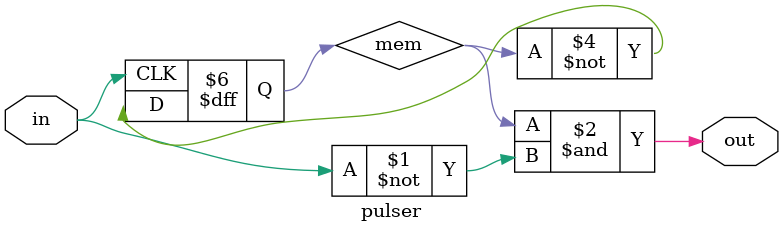
<source format=v>
module pulser(input in,output out);
    reg mem =0;
    assign out = mem & ~in;
    always @(posedge in) begin
            mem <= ~mem;
        end
 endmodule

</source>
